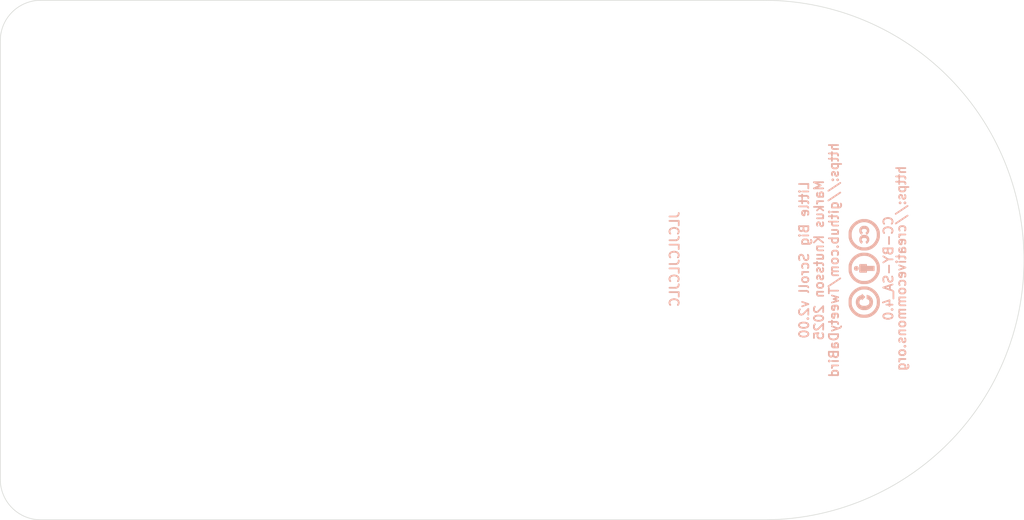
<source format=kicad_pcb>
(kicad_pcb (version 20241229) (generator "pcbnew") (generator_version "9.0")
  (title_block (title "LBS4 - Backplate") (date "2025-03-25") (rev "v2.00") (company "Markus Knutsson <markus.knutsson@tweety.se>") (comment 1 "https://github.com/TweetyDaBird") (comment 2 "Licensed under Creative Commons Attribution-ShareAlike 4.0 International"))
  (layers (0 "F.Cu" signal) (2 "B.Cu" signal) (13 "F.Paste" user) (15 "B.Paste" user) (5 "F.SilkS" user "F.Silkscreen") (7 "B.SilkS" user "B.Silkscreen") (1 "F.Mask" user) (3 "B.Mask" user) (25 "Edge.Cuts" user))
  (net 0 "")
  (footprint "Keyboard_Plate:Spacer Plate hole" (layer "F.Cu") (at 175.855 95.005)
    (property "Reference" "H1" (hide yes))
    (property "Value" "Hole" (hide yes))
    (pad "" np_thru_hole circle (at 0 0) (size 2.5 2.5) (drill 2.5) (layers "*.Cu" "*.Mask"))
  )
  (footprint "Keyboard_Plate:Spacer Plate hole" (layer "F.Cu") (at 227.38 97.698594)
    (property "Reference" "H2" (hide yes))
    (property "Value" "Hole" (hide yes))
    (pad "" np_thru_hole circle (at 0 0) (size 2.5 2.5) (drill 2.5) (layers "*.Cu" "*.Mask"))
  )
  (footprint "Keyboard_Plate:Spacer Plate hole" (layer "F.Cu") (at 227.38 125.411406)
    (property "Reference" "H3" (hide yes))
    (property "Value" "Hole" (hide yes))
    (pad "" np_thru_hole circle (at 0 0) (size 2.5 2.5) (drill 2.5) (layers "*.Cu" "*.Mask"))
  )
  (footprint "Keyboard_Plate:Spacer Plate hole" (layer "F.Cu") (at 175.855 128.105)
    (property "Reference" "H4" (hide yes))
    (property "Value" "Hole" (hide yes))
    (pad "" np_thru_hole circle (at 0 0) (size 2.5 2.5) (drill 2.5) (layers "*.Cu" "*.Mask"))
  )
  (footprint "Logotypes:CC_BY_SA_40" (layer "B.Cu") (at 228.98 112.32 -90)
    (property "Reference" "Lic1" (hide yes))
    (property "Value" "CC-BY-SA_4.0" (at -0.041555 -1.16 90) (layer "B.SilkS") (effects (font (size 0.8 0.8)) (justify mirror)))
    (fp_poly (pts (xy -0.008247 1.810637) (xy 0.015762 1.808152) (xy 0.035917 1.802684) (xy 0.057538 1.793148) (xy 0.064578 1.789601) (xy 0.099906 1.7674) (xy 0.125046 1.740918) (xy 0.14144 1.70758) (xy 0.150529 1.664813) (xy 0.153175 1.631372) (xy 0.153555 1.593754) (xy 0.151636 1.559446) (xy 0.147731 1.533797) (xy 0.147359 1.532343) (xy 0.13232 1.499676) (xy 0.107019 1.468478) (xy 0.0755 1.442672) (xy 0.041805 1.426184) (xy 0.036429 1.42466) (xy 0.002203 1.419237) (xy -0.039229 1.417265) (xy -0.081268 1.418724) (xy -0.117315 1.423592) (xy -0.124094 1.425199) (xy -0.148417 1.436259) (xy -0.175765 1.456063) (xy -0.186918 1.466177) (xy -0.209239 1.491076) (xy -0.224314 1.517069) (xy -0.233124 1.547461) (xy -0.236654 1.585557) (xy -0.236032 1.631372) (xy -0.230855 1.68151) (xy -0.219294 1.720574) (xy -0.199907 1.751139) (xy -0.171253 1.775778) (xy -0.147435 1.789601) (xy -0.124451 1.80047) (xy -0.104421 1.806968) (xy -0.082028 1.810179) (xy -0.051951 1.811189) (xy -0.041428 1.811224) (xy -0.008247 1.810637)) (stroke (width 0.01)) (fill yes) (layer "B.SilkS"))
    (fp_poly (pts (xy 0.037166 1.358141) (xy 0.10256 1.357943) (xy 0.156064 1.357421) (xy 0.198991 1.356415) (xy 0.232655 1.354768) (xy 0.258368 1.35232) (xy 0.277442 1.348915) (xy 0.29119 1.344393) (xy 0.300925 1.338596) (xy 0.307958 1.331366) (xy 0.313604 1.322545) (xy 0.317677 1.314866) (xy 0.320463 1.307632) (xy 0.32275 1.296834) (xy 0.324585 1.281131) (xy 0.326014 1.259181) (xy 0.327082 1.229641) (xy 0.327838 1.19117) (xy 0.328325 1.142427) (xy 0.328592 1.082069) (xy 0.328684 1.008754) (xy 0.328686 0.995675) (xy 0.328686 0.697771) (xy 0.176434 0.697771) (xy 0.174545 0.369386) (xy 0.172657 0.041) (xy -0.038297 0.039078) (xy -0.092244 0.038752) (xy -0.141432 0.038772) (xy -0.184004 0.039111) (xy -0.218099 0.039743) (xy -0.241861 0.040643) (xy -0.25343 0.041784) (xy -0.254197 0.042102) (xy -0.25522 0.050163) (xy -0.256171 0.071258) (xy -0.257028 0.103905) (xy -0.25777 0.146625) (xy -0.258374 0.197937) (xy -0.258818 0.25636) (xy -0.259079 0.320414) (xy -0.259143 0.372409) (xy -0.259143 0.697771) (xy -0.411543 0.697771) (xy -0.411543 0.995675) (xy -0.411475 1.071196) (xy -0.411239 1.133546) (xy -0.41079 1.184065) (xy -0.410081 1.224096) (xy -0.409066 1.25498) (xy -0.407698 1.27806) (xy -0.405931 1.294677) (xy -0.40372 1.306172) (xy -0.401017 1.313888) (xy -0.400534 1.314866) (xy -0.39507 1.324972) (xy -0.389193 1.33337) (xy -0.381591 1.340216) (xy -0.37095 1.34567) (xy -0.355959 1.34989) (xy -0.335304 1.353034) (xy -0.307674 1.355261) (xy -0.271755 1.356729) (xy -0.226235 1.357595) (xy -0.169801 1.358019) (xy -0.101141 1.358158) (xy -0.041428 1.358171) (xy 0.037166 1.358141)) (stroke (width 0.01)) (fill yes) (layer "B.SilkS"))
    (fp_poly (pts (xy -2.516114 1.356123) (xy -2.4467 1.349329) (xy -2.387015 1.335194) (xy -2.333734 1.312719) (xy -2.296787 1.290347) (xy -2.271649 1.270987) (xy -2.245306 1.247145) (xy -2.220136 1.221433) (xy -2.198517 1.196465) (xy -2.182827 1.174853) (xy -2.175441 1.159209) (xy -2.175168 1.156706) (xy -2.180648 1.148247) (xy -2.19741 1.135587) (xy -2.22615 1.118268) (xy -2.267564 1.095833) (xy -2.269193 1.09498) (xy -2.363079 1.045874) (xy -2.393159 1.086592) (xy -2.425063 1.121679) (xy -2.460248 1.143617) (xy -2.501248 1.153748) (xy -2.52179 1.154812) (xy -2.570586 1.148715) (xy -2.611786 1.130512) (xy -2.644468 1.100984) (xy -2.66771 1.060913) (xy -2.678937 1.021518) (xy -2.681579 0.997627) (xy -2.683145 0.964172) (xy -2.683614 0.926067) (xy -2.682969 0.888225) (xy -2.681191 0.855558) (xy -2.679622 0.84083) (xy -2.668683 0.802599) (xy -2.648279 0.765555) (xy -2.621341 0.73365) (xy -2.590803 0.710835) (xy -2.579142 0.705474) (xy -2.55244 0.699722) (xy -2.518191 0.698061) (xy -2.482726 0.700332) (xy -2.452376 0.706379) (xy -2.445504 0.708789) (xy -2.430415 0.716698) (xy -2.415505 0.729129) (xy -2.398779 0.748278) (xy -2.378243 0.77634) (xy -2.360888 0.801928) (xy -2.356569 0.806888) (xy -2.350483 0.808782) (xy -2.340429 0.806908) (xy -2.324207 0.800564) (xy -2.299619 0.789046) (xy -2.264463 0.771654) (xy -2.261669 0.770258) (xy -2.228816 0.753761) (xy -2.200903 0.739596) (xy -2.18036 0.729008) (xy -2.169618 0.72324) (xy -2.168652 0.722621) (xy -2.169818 0.71458) (xy -2.178965 0.698625) (xy -2.194086 0.677375) (xy -2.213179 0.65345) (xy -2.234238 0.629468) (xy -2.255257 0.608051) (xy -2.259017 0.604546) (xy -2.318818 0.558688) (xy -2.385086 0.523925) (xy -2.439625 0.505587) (xy -2.477086 0.499183) (xy -2.522791 0.496008) (xy -2.570811 0.496161) (xy -2.615219 0.499738) (xy -2.632228 0.502449) (xy -2.700098 0.522355) (xy -2.763203 0.554219) (xy -2.819348 0.596406) (xy -2.866338 0.647283) (xy -2.900373 0.701924) (xy -2.921479 0.750341) (xy -2.935695 0.797989) (xy -2.94397 0.849405) (xy -2.947258 0.909127) (xy -2.947413 0.926371) (xy -2.94438 1.000853) (xy -2.934434 1.06461) (xy -2.916664 1.120133) (xy -2.890161 1.169911) (xy -2.854014 1.216435) (xy -2.833695 1.237628) (xy -2.778467 1.285415) (xy -2.721787 1.320276) (xy -2.661257 1.343106) (xy -2.594479 1.3548) (xy -2.519054 1.356252) (xy -2.516114 1.356123)) (stroke (width 0.01)) (fill yes) (layer "B.SilkS"))
    (fp_poly (pts (xy -3.243366 1.352482) (xy -3.170065 1.335739) (xy -3.104734 1.308278) (xy -3.066782 1.284533) (xy -3.041582 1.263871) (xy -3.016778 1.239445) (xy -2.994178 1.213616) (xy -2.975588 1.188745) (xy -2.962815 1.167192) (xy -2.957666 1.151319) (xy -2.959743 1.14469) (xy -2.966781 1.140652) (xy -2.984334 1.131127) (xy -3.010065 1.117368) (xy -3.041634 1.100629) (xy -3.056287 1.092899) (xy -3.092968 1.073751) (xy -3.118977 1.060806) (xy -3.136385 1.053321) (xy -3.147264 1.050554) (xy -3.153686 1.051761) (xy -3.157723 1.056201) (xy -3.157887 1.056473) (xy -3.187 1.098888) (xy -3.217052 1.128319) (xy -3.250258 1.146244) (xy -3.288835 1.154136) (xy -3.305562 1.154812) (xy -3.350018 1.149828) (xy -3.386755 1.133813) (xy -3.417197 1.105778) (xy -3.442767 1.064736) (xy -3.446454 1.057) (xy -3.453663 1.039634) (xy -3.458473 1.022352) (xy -3.46135 1.001616) (xy -3.462759 0.973887) (xy -3.463168 0.935627) (xy -3.463171 0.93) (xy -3.462854 0.890183) (xy -3.461591 0.861334) (xy -3.458917 0.839913) (xy -3.454367 0.822382) (xy -3.447475 0.805202) (xy -3.446471 0.803) (xy -3.423808 0.764173) (xy -3.395724 0.732114) (xy -3.365414 0.710338) (xy -3.35999 0.707792) (xy -3.325824 0.699175) (xy -3.285836 0.698132) (xy -3.246405 0.704374) (xy -3.220168 0.7141) (xy -3.196558 0.730946) (xy -3.171947 0.755947) (xy -3.150897 0.783851) (xy -3.138348 0.808278) (xy -3.131901 0.810156) (xy -3.115467 0.805505) (xy -3.088174 0.794012) (xy -3.055748 0.778611) (xy -3.015752 0.759005) (xy -2.987219 0.744455) (xy -2.968679 0.733437) (xy -2.958661 0.724422) (xy -2.955693 0.715883) (xy -2.958306 0.706292) (xy -2.965027 0.694123) (xy -2.968585 0.688109) (xy -2.989227 0.659788) (xy -3.018873 0.627885) (xy -3.053778 0.59576) (xy -3.090197 0.566769) (xy -3.124386 0.544272) (xy -3.135623 0.538313) (xy -3.208504 0.510812) (xy -3.28561 0.496692) (xy -3.365072 0.496162) (xy -3.428513 0.50554) (xy -3.488911 0.525259) (xy -3.548195 0.556771) (xy -3.602787 0.597567) (xy -3.649108 0.645137) (xy -3.671515 0.676) (xy -3.683983 0.699137) (xy -3.697714 0.730047) (xy -3.709992 0.762547) (xy -3.711388 0.766714) (xy -3.719487 0.793057) (xy -3.724964 0.816604) (xy -3.728326 0.841434) (xy -3.730081 0.871626) (xy -3.730736 0.911257) (xy -3.730786 0.922743) (xy -3.728003 0.99826) (xy -3.718599 1.062787) (xy -3.701717 1.118654) (xy -3.676498 1.168191) (xy -3.642086 1.213729) (xy -3.612549 1.244022) (xy -3.553499 1.291822) (xy -3.491444 1.326129) (xy -3.424419 1.347719) (xy -3.350453 1.357366) (xy -3.32309 1.358064) (xy -3.243366 1.352482)) (stroke (width 0.01)) (fill yes) (layer "B.SilkS"))
    (fp_poly (pts (xy 2.926022 1.651376) (xy 3.024018 1.638898) (xy 3.07798 1.626859) (xy 3.140861 1.606141) (xy 3.205826 1.576626) (xy 3.268999 1.540591) (xy 3.3265 1.500311) (xy 3.374452 1.458061) (xy 3.385369 1.446489) (xy 3.423185 1.398898) (xy 3.460707 1.341614) (xy 3.495292 1.279265) (xy 3.524295 1.21648) (xy 3.53882 1.17787) (xy 3.556121 1.112329) (xy 3.567883 1.037315) (xy 3.574001 0.95681) (xy 3.574369 0.8748) (xy 3.568882 0.795268) (xy 3.557437 0.722199) (xy 3.551491 0.696909) (xy 3.519188 0.599912) (xy 3.475356 0.510698) (xy 3.420785 0.430069) (xy 3.356263 0.358826) (xy 3.282577 0.29777) (xy 3.200517 0.247702) (xy 3.11087 0.209424) (xy 3.05567 0.192931) (xy 3.00771 0.183225) (xy 2.952305 0.176015) (xy 2.894108 0.171583) (xy 2.83777 0.17021) (xy 2.787944 0.172179) (xy 2.762686 0.175151) (xy 2.67688 0.195593) (xy 2.594728 0.228072) (xy 2.51805 0.271305) (xy 2.448667 0.32401) (xy 2.388399 0.384905) (xy 2.339066 0.452708) (xy 2.319989 0.486965) (xy 2.305521 0.519513) (xy 2.290958 0.55888) (xy 2.27745 0.601153) (xy 2.266145 0.642421) (xy 2.258193 0.67877) (xy 2.254744 0.706289) (xy 2.254686 0.709258) (xy 2.256472 0.712554) (xy 2.262886 0.715041) (xy 2.275514 0.716795) (xy 2.295941 0.717893) (xy 2.325752 0.71841) (xy 2.366533 0.718423) (xy 2.419869 0.718006) (xy 2.4343 0.717855) (xy 2.613914 0.715914) (xy 2.615091 0.692493) (xy 2.621854 0.65407) (xy 2.63697 0.612557) (xy 2.657913 0.574469) (xy 2.664392 0.565416) (xy 2.699091 0.531252) (xy 2.743663 0.504569) (xy 2.795239 0.485895) (xy 2.85095 0.475758) (xy 2.907928 0.474688) (xy 2.963304 0.483212) (xy 3.012879 0.501199) (xy 3.06281 0.532539) (xy 3.105137 0.574056) (xy 3.140539 0.626685) (xy 3.169696 0.691363) (xy 3.185113 0.738542) (xy 3.191325 0.761776) (xy 3.195769 0.783755) (xy 3.198724 0.807623) (xy 3.200468 0.836526) (xy 3.201281 0.873607) (xy 3.20144 0.922011) (xy 3.201439 0.922743) (xy 3.200491 0.98641) (xy 3.197513 1.038723) (xy 3.192004 1.082761) (xy 3.183461 1.121603) (xy 3.17138 1.158328) (xy 3.157695 1.19075) (xy 3.125704 1.245065) (xy 3.084906 1.287986) (xy 3.035798 1.319257) (xy 2.97888 1.338624) (xy 2.914649 1.345829) (xy 2.860863 1.34297) (xy 2.817995 1.336821) (xy 2.784672 1.328958) (xy 2.755927 1.317911) (xy 2.730412 1.304351) (xy 2.6901 1.273499) (xy 2.656081 1.233431) (xy 2.631385 1.18825) (xy 2.621481 1.156786) (xy 2.61639 1.1332) (xy 2.664138 1.1332) (xy 2.690108 1.13266) (xy 2.704659 1.130493) (xy 2.710863 1.125878) (xy 2.711886 1.120426) (xy 2.706896 1.111906) (xy 2.693048 1.095102) (xy 2.67202 1.071704) (xy 2.645492 1.0434) (xy 2.615144 1.01188) (xy 2.582654 0.978833) (xy 2.549703 0.945949) (xy 2.51797 0.914916) (xy 2.489134 0.887423) (xy 2.464875 0.865161) (xy 2.446872 0.849817) (xy 2.436804 0.843082) (xy 2.435969 0.842914) (xy 2.427528 0.847935) (xy 2.410855 0.861871) (xy 2.387628 0.883032) (xy 2.359526 0.909728) (xy 2.328225 0.940268) (xy 2.295405 0.972963) (xy 2.262742 1.006122) (xy 2.231914 1.038055) (xy 2.2046 1.067072) (xy 2.182476 1.091482) (xy 2.167221 1.109597) (xy 2.160513 1.119724) (xy 2.160343 1.120572) (xy 2.16224 1.127131) (xy 2.16988 1.130963) (xy 2.186185 1.132757) (xy 2.213947 1.1332) (xy 2.267552 1.1332) (xy 2.272459 1.165922) (xy 2.281121 1.205192) (xy 2.295752 1.251724) (xy 2.314597 1.300489) (xy 2.334478 1.343657) (xy 2.379798 1.417968) (xy 2.435421 1.482847) (xy 2.500284 1.537888) (xy 2.573325 1.582688) (xy 2.653482 1.616841) (xy 2.739692 1.639943) (xy 2.830893 1.65159) (xy 2.926022 1.651376)) (stroke (width 0.01)) (fill yes) (layer "B.SilkS"))
    (fp_poly (pts (xy -2.889956 2.279658) (xy -2.836071 2.279349) (xy -2.792615 2.278689) (xy -2.757545 2.277578) (xy -2.728818 2.275918) (xy -2.704393 2.273608) (xy -2.682225 2.270551) (xy -2.660274 2.266646) (xy -2.651511 2.264909) (xy -2.529263 2.232956) (xy -2.408913 2.187364) (xy -2.291811 2.128995) (xy -2.17931 2.058713) (xy -2.072758 1.977383) (xy -1.973507 1.885868) (xy -1.882906 1.785033) (xy -1.863753 1.761023) (xy -1.788117 1.652511) (xy -1.723004 1.53485) (xy -1.669125 1.409587) (xy -1.62719 1.278269) (xy -1.610973 1.211049) (xy -1.60628 1.180323) (xy -1.602522 1.137696) (xy -1.599698 1.085754) (xy -1.597805 1.027081) (xy -1.596841 0.96426) (xy -1.596803 0.899877) (xy -1.597689 0.836515) (xy -1.599498 0.776759) (xy -1.602226 0.723192) (xy -1.605871 0.678399) (xy -1.610431 0.644965) (xy -1.611486 0.639714) (xy -1.64833 0.502846) (xy -1.697853 0.373029) (xy -1.760018 0.250329) (xy -1.834791 0.13481) (xy -1.922136 0.026539) (xy -1.977197 -0.031573) (xy -2.017604 -0.070411) (xy -2.05742 -0.105987) (xy -2.094141 -0.136204) (xy -2.125263 -0.158966) (xy -2.140582 -0.168378) (xy -2.153333 -0.17599) (xy -2.174837 -0.189472) (xy -2.201731 -0.206696) (xy -2.2222 -0.219995) (xy -2.310664 -0.27199) (xy -2.408928 -0.319453) (xy -2.512533 -0.360573) (xy -2.617024 -0.393538) (xy -2.695054 -0.41218) (xy -2.720194 -0.416909) (xy -2.74449 -0.420516) (xy -2.770395 -0.423134) (xy -2.800359 -0.424896) (xy -2.836835 -0.425933) (xy -2.882273 -0.426378) (xy -2.939125 -0.426364) (xy -2.956311 -0.426301) (xy -3.02893 -0.425541) (xy -3.090934 -0.423942) (xy -3.141262 -0.421549) (xy -3.178851 -0.418409) (xy -3.196061 -0.415968) (xy -3.315957 -0.387364) (xy -3.43614 -0.345794) (xy -3.553692 -0.292449) (xy -3.665697 -0.228517) (xy -3.682904 -0.217388) (xy -3.710295 -0.199588) (xy -3.733078 -0.185202) (xy -3.748635 -0.175855) (xy -3.754231 -0.173086) (xy -3.76255 -0.168486) (xy -3.779222 -0.155996) (xy -3.801941 -0.137581) (xy -3.828405 -0.115206) (xy -3.85631 -0.090837) (xy -3.883353 -0.066438) (xy -3.907229 -0.043976) (xy -3.917738 -0.033602) (xy -4.01181 0.071154) (xy -4.093833 0.183344) (xy -4.164092 0.303483) (xy -4.222875 0.432087) (xy -4.270467 0.56967) (xy -4.287751 0.632457) (xy -4.292499 0.652455) (xy -4.296273 0.672454) (xy -4.299223 0.69457) (xy -4.301496 0.72092) (xy -4.303243 0.753618) (xy -4.304611 0.794783) (xy -4.305751 0.846529) (xy -4.30666 0.900971) (xy -4.3071 0.931463) (xy -4.047591 0.931463) (xy -4.041307 0.809705) (xy -4.021376 0.689797) (xy -3.988105 0.573249) (xy -3.941798 0.46157) (xy -3.907348 0.3966) (xy -3.852121 0.309332) (xy -3.791283 0.229955) (xy -3.722657 0.156138) (xy -3.644069 0.085555) (xy -3.553342 0.015876) (xy -3.548075 0.012108) (xy -3.510451 -0.012046) (xy -3.463154 -0.038394) (xy -3.410392 -0.064888) (xy -3.356376 -0.089484) (xy -3.305315 -0.110137) (xy -3.27434 -0.120912) (xy -3.192173 -0.141907) (xy -3.100565 -0.156307) (xy -3.003126 -0.163866) (xy -2.903466 -0.164341) (xy -2.805194 -0.157487) (xy -2.779827 -0.154409) (xy -2.689657 -0.13874) (xy -2.606875 -0.116033) (xy -2.525331 -0.08449) (xy -2.497971 -0.07199) (xy -2.386123 -0.011803) (xy -2.28226 0.058915) (xy -2.187447 0.139136) (xy -2.102745 0.22783) (xy -2.02922 0.323968) (xy -1.967933 0.426522) (xy -1.953871 0.454657) (xy -1.934342 0.498817) (xy -1.915189 0.548259) (xy -1.897893 0.598623) (xy -1.883936 0.645546) (xy -1.874798 0.684668) (xy -1.873784 0.690514) (xy -1.869829 0.713909) (xy -1.866255 0.733244) (xy -1.865337 0.737686) (xy -1.862637 0.757942) (xy -1.86048 0.789639) (xy -1.858895 0.829713) (xy -1.85791 0.875101) (xy -1.857555 0.922737) (xy -1.857859 0.969559) (xy -1.858852 1.012502) (xy -1.860561 1.048501) (xy -1.862196 1.067886) (xy -1.882337 1.185826) (xy -1.91622 1.300875) (xy -1.963162 1.411751) (xy -2.022478 1.517175) (xy -2.093488 1.615867) (xy -2.175507 1.706545) (xy -2.229457 1.756347) (xy -2.320078 1.828988) (xy -2.409269 1.888728) (xy -2.499173 1.936356) (xy -2.591932 1.97266) (xy -2.689689 1.998429) (xy -2.794588 2.01445) (xy -2.90877 2.021513) (xy -2.951543 2.022014) (xy -3.060483 2.018472) (xy -3.159227 2.007461) (xy -3.250321 1.988462) (xy -3.336311 1.960957) (xy -3.412371 1.928048) (xy -3.51939 1.868076) (xy -3.619747 1.796013) (xy -3.712336 1.713176) (xy -3.796051 1.620884) (xy -3.869787 1.520453) (xy -3.932438 1.413202) (xy -3.982898 1.300447) (xy -4.011907 1.213661) (xy -4.017878 1.192279) (xy -4.022503 1.173607) (xy -4.026368 1.154293) (xy -4.030059 1.130986) (xy -4.034164 1.100336) (xy -4.039268 1.058991) (xy -4.039926 1.053562) (xy -4.047591 0.931463) (xy -4.3071 0.931463) (xy -4.307538 0.961808) (xy -4.308021 1.010446) (xy -4.307991 1.0492) (xy -4.307328 1.080382) (xy -4.305914 1.106306) (xy -4.303628 1.129286) (xy -4.300353 1.151635) (xy -4.295969 1.175666) (xy -4.291323 1.198938) (xy -4.257096 1.331441) (xy -4.209366 1.459527) (xy -4.148678 1.582433) (xy -4.075575 1.699397) (xy -3.990602 1.809657) (xy -3.894302 1.912448) (xy -3.78722 2.007009) (xy -3.6699 2.092577) (xy -3.640102 2.111803) (xy -3.563701 2.154807) (xy -3.477688 2.194409) (xy -3.386888 2.228685) (xy -3.296129 2.255711) (xy -3.254677 2.2654) (xy -3.233819 2.26947) (xy -3.212775 2.272697) (xy -3.189555 2.275176) (xy -3.162173 2.277004) (xy -3.12864 2.278275) (xy -3.086969 2.279086) (xy -3.035172 2.27953) (xy -2.971261 2.279704) (xy -2.956311 2.279715) (xy -2.889956 2.279658)) (stroke (width 0.01)) (fill yes) (layer "B.SilkS"))
    (fp_poly (pts (xy 0.026093 2.279569) (xy 0.08757 2.278896) (xy 0.13898 2.277462) (xy 0.182545 2.275036) (xy 0.220489 2.271384) (xy 0.255032 2.266274) (xy 0.288397 2.259472) (xy 0.322806 2.250746) (xy 0.360483 2.239863) (xy 0.375139 2.235413) (xy 0.461392 2.205654) (xy 0.543829 2.169924) (xy 0.625625 2.126581) (xy 0.709954 2.073985) (xy 0.775 2.02876) (xy 0.811688 2.000214) (xy 0.853513 1.964304) (xy 0.897507 1.923893) (xy 0.940697 1.881842) (xy 0.980114 1.841013) (xy 1.012785 1.804267) (xy 1.028549 1.784529) (xy 1.048709 1.757774) (xy 1.07054 1.728986) (xy 1.08001 1.716569) (xy 1.120058 1.65844) (xy 1.16002 1.589878) (xy 1.197981 1.514846) (xy 1.23203 1.437309) (xy 1.260251 1.361231) (xy 1.275171 1.312228) (xy 1.286862 1.26796) (xy 1.296175 1.22843) (xy 1.303334 1.191191) (xy 1.308563 1.153794) (xy 1.312086 1.113792) (xy 1.314127 1.068737) (xy 1.314909 1.016182) (xy 1.314656 0.953679) (xy 1.313782 0.890086) (xy 1.312685 0.827921) (xy 1.311546 0.778069) (xy 1.310195 0.738327) (xy 1.308464 0.706494) (xy 1.306183 0.680367) (xy 1.303182 0.657745) (xy 1.299294 0.636427) (xy 1.294348 0.61421) (xy 1.291756 0.603428) (xy 1.252961 0.471059) (xy 1.202989 0.347416) (xy 1.141144 0.231183) (xy 1.066728 0.121043) (xy 0.982277 0.019228) (xy 0.903633 -0.059058) (xy 0.813629 -0.134259) (xy 0.715377 -0.204355) (xy 0.611993 -0.267329) (xy 0.506589 -0.321164) (xy 0.402281 -0.363842) (xy 0.378443 -0.371976) (xy 0.327918 -0.387846) (xy 0.282176 -0.400421) (xy 0.238471 -0.410053) (xy 0.194059 -0.41709) (xy 0.146194 -0.421884) (xy 0.092131 -0.424784) (xy 0.029124 -0.426142) (xy -0.045572 -0.426307) (xy -0.04724 -0.426301) (xy -0.128041 -0.425472) (xy -0.19451 -0.423702) (xy -0.246601 -0.420991) (xy -0.284271 -0.417341) (xy -0.2953 -0.415617) (xy -0.394 -0.392362) (xy -0.496328 -0.358599) (xy -0.598166 -0.316092) (xy -0.695395 -0.266605) (xy -0.783897 -0.211905) (xy -0.804401 -0.197459) (xy -0.823498 -0.184209) (xy -0.837819 -0.175357) (xy -0.843071 -0.173086) (xy -0.851904 -0.168436) (xy -0.86907 -0.155762) (xy -0.892327 -0.136976) (xy -0.91943 -0.113992) (xy -0.948133 -0.088723) (xy -0.976194 -0.063082) (xy -1.001367 -0.038982) (xy -1.007082 -0.033285) (xy -1.103242 0.073476) (xy -1.187232 0.187642) (xy -1.258687 0.308555) (xy -1.317243 0.435559) (xy -1.362535 0.567998) (xy -1.380933 0.639714) (xy -1.385112 0.665874) (xy -1.388799 0.703952) (xy -1.391941 0.75136) (xy -1.394486 0.805508) (xy -1.396383 0.863807) (xy -1.397578 0.923668) (xy -1.397733 0.944421) (xy -1.137628 0.944421) (xy -1.135808 0.849765) (xy -1.12745 0.758765) (xy -1.112556 0.675205) (xy -1.103542 0.640415) (xy -1.062221 0.523536) (xy -1.00787 0.41192) (xy -0.941328 0.306556) (xy -0.863435 0.20843) (xy -0.77503 0.118533) (xy -0.676952 0.037851) (xy -0.570043 -0.032627) (xy -0.498935 -0.071144) (xy -0.423026 -0.10535) (xy -0.349576 -0.130146) (xy -0.272175 -0.14749) (xy -0.226486 -0.154446) (xy -0.157341 -0.16262) (xy -0.096707 -0.167401) (xy -0.039944 -0.16878) (xy 0.017586 -0.166748) (xy 0.080523 -0.161295) (xy 0.143629 -0.153717) (xy 0.235013 -0.137536) (xy 0.321391 -0.113058) (xy 0.405092 -0.079237) (xy 0.488447 -0.035026) (xy 0.573785 0.02062) (xy 0.637114 0.067846) (xy 0.735463 0.153198) (xy 0.821768 0.246186) (xy 0.895701 0.346432) (xy 0.936661 0.414743) (xy 0.966594 0.476022) (xy 0.993946 0.544871) (xy 1.01719 0.616559) (xy 1.034799 0.686354) (xy 1.045248 0.749525) (xy 1.045532 0.7522) (xy 1.048525 0.792715) (xy 1.050298 0.841891) (xy 1.050918 0.896606) (xy 1.050449 0.953736) (xy 1.048958 1.010156) (xy 1.04651 1.062745) (xy 1.043171 1.108379) (xy 1.039007 1.143933) (xy 1.037056 1.154971) (xy 1.006424 1.269003) (xy 0.962547 1.379421) (xy 0.906488 1.485025) (xy 0.839315 1.584615) (xy 0.762094 1.676991) (xy 0.67589 1.760951) (xy 0.581769 1.835297) (xy 0.480798 1.898828) (xy 0.374041 1.950343) (xy 0.309339 1.974426) (xy 0.237381 1.99385) (xy 0.155918 2.008139) (xy 0.068039 2.017287) (xy -0.023167 2.021285) (xy -0.11461 2.020127) (xy -0.203202 2.013805) (xy -0.285853 2.002311) (xy -0.359475 1.985638) (xy -0.389771 1.976118) (xy -0.495295 1.932043) (xy -0.598257 1.87488) (xy -0.696805 1.80604) (xy -0.789085 1.726932) (xy -0.873244 1.638967) (xy -0.934558 1.561678) (xy -0.973951 1.502) (xy -1.012462 1.433814) (xy -1.047894 1.361656) (xy -1.078047 1.29006) (xy -1.100723 1.223562) (xy -1.103845 1.212467) (xy -1.121649 1.129557) (xy -1.13291 1.038946) (xy -1.137628 0.944421) (xy -1.397733 0.944421) (xy -1.398019 0.982503) (xy -1.397655 1.037721) (xy -1.396433 1.086734) (xy -1.3943 1.126954) (xy -1.391334 1.154971) (xy -1.381584 1.208002) (xy -1.368503 1.265798) (xy -1.353475 1.322916) (xy -1.337886 1.373913) (xy -1.329922 1.396455) (xy -1.311559 1.441003) (xy -1.288259 1.491075) (xy -1.261604 1.543812) (xy -1.233172 1.596353) (xy -1.204544 1.645838) (xy -1.177299 1.689406) (xy -1.153018 1.724196) (xy -1.140087 1.740169) (xy -1.129829 1.752403) (xy -1.113302 1.772796) (xy -1.093155 1.798059) (xy -1.07986 1.814916) (xy -1.012793 1.891097) (xy -0.933816 1.964993) (xy -0.845523 2.034818) (xy -0.750511 2.098784) (xy -0.651374 2.155103) (xy -0.550707 2.201989) (xy -0.47882 2.228874) (xy -0.437691 2.24221) (xy -0.400986 2.253002) (xy -0.366448 2.261517) (xy -0.331822 2.26802) (xy -0.294853 2.272778) (xy -0.253284 2.276056) (xy -0.204859 2.27812) (xy -0.147324 2.279237) (xy -0.078421 2.279672) (xy -0.047673 2.279715) (xy 0.026093 2.279569)) (stroke (width 0.01)) (fill yes) (layer "B.SilkS"))
    (fp_poly (pts (xy 2.94454 2.279734) (xy 2.997844 2.279382) (xy 3.040793 2.278668) (xy 3.075465 2.27749) (xy 3.103939 2.275743) (xy 3.128293 2.273323) (xy 3.150607 2.270128) (xy 3.172958 2.266054) (xy 3.178832 2.264879) (xy 3.280827 2.239555) (xy 3.37985 2.205195) (xy 3.477926 2.160839) (xy 3.577084 2.105527) (xy 3.679351 2.038301) (xy 3.720587 2.008594) (xy 3.764433 1.972956) (xy 3.813203 1.92767) (xy 3.864367 1.875543) (xy 3.9154 1.819382) (xy 3.963771 1.761994) (xy 4.006953 1.706186) (xy 4.042417 1.654765) (xy 4.049469 1.643437) (xy 4.073843 1.600336) (xy 4.100282 1.548614) (xy 4.126601 1.492966) (xy 4.15062 1.438088) (xy 4.170155 1.388675) (xy 4.177039 1.369057) (xy 4.190613 1.326737) (xy 4.201613 1.288304) (xy 4.210301 1.2515) (xy 4.216941 1.214067) (xy 4.221796 1.173748) (xy 4.225128 1.128283) (xy 4.227202 1.075416) (xy 4.228279 1.012888) (xy 4.228624 0.938442) (xy 4.228629 0.926371) (xy 4.228533 0.859916) (xy 4.228179 0.805942) (xy 4.227471 0.762418) (xy 4.226309 0.727313) (xy 4.224596 0.698595) (xy 4.222233 0.674233) (xy 4.219124 0.652195) (xy 4.215169 0.630449) (xy 4.214104 0.625147) (xy 4.181174 0.498686) (xy 4.134702 0.376364) (xy 4.074509 0.257832) (xy 4.000416 0.142738) (xy 3.913129 0.031757) (xy 3.865764 -0.021024) (xy 3.819902 -0.066771) (xy 3.771836 -0.108724) (xy 3.717857 -0.150123) (xy 3.655314 -0.193502) (xy 3.537108 -0.265438) (xy 3.415141 -0.326069) (xy 3.291613 -0.374416) (xy 3.169086 -0.409419) (xy 3.143138 -0.413562) (xy 3.105199 -0.417132) (xy 3.057782 -0.420095) (xy 3.003401 -0.422419) (xy 2.944569 -0.424071) (xy 2.8838 -0.425019) (xy 2.823606 -0.42523) (xy 2.7665 -0.424672) (xy 2.714997 -0.423311) (xy 2.671609 -0.421117) (xy 2.63885 -0.418055) (xy 2.628429 -0.416421) (xy 2.5248 -0.392008) (xy 2.420898 -0.358602) (xy 2.320366 -0.31768) (xy 2.22685 -0.270721) (xy 2.146827 -0.221172) (xy 2.121409 -0.203657) (xy 2.099551 -0.188742) (xy 2.084728 -0.178792) (xy 2.081518 -0.176714) (xy 2.045777 -0.151402) (xy 2.00386 -0.116977) (xy 1.958354 -0.075898) (xy 1.911847 -0.030622) (xy 1.866926 0.016391) (xy 1.826178 0.062685) (xy 1.814169 0.077286) (xy 1.729674 0.192936) (xy 1.65867 0.313601) (xy 1.601274 0.439038) (xy 1.557601 0.569008) (xy 1.538477 0.646971) (xy 1.533703 0.678431) (xy 1.52988 0.721749) (xy 1.527009 0.7743) (xy 1.52509 0.833461) (xy 1.524121 0.896605) (xy 1.524113 0.93) (xy 1.779914 0.93) (xy 1.784222 0.813092) (xy 1.797643 0.705954) (xy 1.820527 0.606785) (xy 1.853219 0.513788) (xy 1.866033 0.484552) (xy 1.886278 0.44522) (xy 1.913038 0.400101) (xy 1.944554 0.351586) (xy 1.979065 0.302066) (xy 2.014813 0.253931) (xy 2.050037 0.209572) (xy 2.082976 0.17138) (xy 2.111873 0.141745) (xy 2.129228 0.127017) (xy 2.149999 0.110813) (xy 2.175102 0.090108) (xy 2.193 0.074714) (xy 2.270086 0.014219) (xy 2.355185 -0.039445) (xy 2.445147 -0.084748) (xy 2.536824 -0.120163) (xy 2.627065 -0.14416) (xy 2.653829 -0.148974) (xy 2.75161 -0.161792) (xy 2.842501 -0.16764) (xy 2.9323 -0.166591) (xy 3.026807 -0.158718) (xy 3.063857 -0.154126) (xy 3.170228 -0.133737) (xy 3.271561 -0.101222) (xy 3.370293 -0.055696) (xy 3.431601 -0.020341) (xy 3.470763 0.005535) (xy 3.516233 0.038101) (xy 3.563739 0.07411) (xy 3.609009 0.110317) (xy 3.647769 0.143475) (xy 3.650766 0.146174) (xy 3.680189 0.175946) (xy 3.714515 0.215861) (xy 3.751755 0.263292) (xy 3.789917 0.31561) (xy 3.827012 0.370186) (xy 3.859613 0.422) (xy 3.870707 0.443418) (xy 3.88457 0.474482) (xy 3.899532 0.51102) (xy 3.913924 0.54886) (xy 3.926076 0.58383) (xy 3.931739 0.602194) (xy 3.948148 0.673073) (xy 3.960235 0.754025) (xy 3.967815 0.841209) (xy 3.970701 0.930785) (xy 3.968708 1.018914) (xy 3.961649 1.101755) (xy 3.957402 1.132318) (xy 3.932407 1.245264) (xy 3.893532 1.354846) (xy 3.841152 1.460428) (xy 3.775644 1.561372) (xy 3.697383 1.657039) (xy 3.606745 1.746794) (xy 3.582743 1.767768) (xy 3.482858 1.844782) (xy 3.379736 1.908333) (xy 3.274044 1.958034) (xy 3.219886 1.977754) (xy 3.146911 1.996993) (xy 3.064011 2.010684) (xy 2.974381 2.018859) (xy 2.881218 2.02155) (xy 2.787718 2.018789) (xy 2.697078 2.010608) (xy 2.612494 1.99704) (xy 2.537162 1.978115) (xy 2.514811 1.970677) (xy 2.466472 1.9513) (xy 2.413255 1.926489) (xy 2.359916 1.898712) (xy 2.311209 1.870439) (xy 2.273842 1.845574) (xy 2.237189 1.817492) (xy 2.197301 1.784762) (xy 2.156753 1.749704) (xy 2.118119 1.714642) (xy 2.083974 1.681898) (xy 2.05689 1.653794) (xy 2.042599 1.636947) (xy 1.977085 1.547989) (xy 1.922546 1.465347) (xy 1.878174 1.386854) (xy 1.843166 1.310343) (xy 1.816716 1.233649) (xy 1.79802 1.154604) (xy 1.786272 1.071044) (xy 1.780668 0.980801) (xy 1.779914 0.93) (xy 1.524113 0.93) (xy 1.524104 0.961108) (xy 1.525039 1.024345) (xy 1.526925 1.083692) (xy 1.529762 1.136524) (xy 1.533551 1.180215) (xy 1.538291 1.212142) (xy 1.538477 1.213028) (xy 1.57179 1.33619) (xy 1.618483 1.457966) (xy 1.67743 1.576592) (xy 1.747501 1.690308) (xy 1.827567 1.797351) (xy 1.916502 1.895959) (xy 2.013176 1.98437) (xy 2.052224 2.01532) (xy 2.131582 2.072859) (xy 2.206163 2.120704) (xy 2.279716 2.160907) (xy 2.35599 2.195521) (xy 2.437246 2.226085) (xy 2.479764 2.240254) (xy 2.518294 2.251729) (xy 2.555109 2.260785) (xy 2.592479 2.2677) (xy 2.632677 2.272749) (xy 2.677973 2.27621) (xy 2.730641 2.278358) (xy 2.79295 2.279471) (xy 2.867173 2.279824) (xy 2.8788 2.279828) (xy 2.94454 2.279734)) (stroke (width 0.01)) (fill yes) (layer "B.SilkS"))
    (fp_text user "https://creativecommons.org" (at -0.041555 -2.27 90) (layer "B.SilkS") (effects (font (size 0.8 0.8)) (justify mirror)))
  )
  (gr_line (start 156.805 134.05) (end 219.38 134.05) (stroke (width 0.05)) (layer "Edge.Cuts"))
  (gr_arc (start 156.805 134.05) (mid 154.330126 133.024874) (end 153.305 130.55) (stroke (width 0.05)) (layer "Edge.Cuts"))
  (gr_arc (start 219.38 89.06) (mid 241.875 111.555) (end 219.38 134.05) (stroke (width 0.05)) (layer "Edge.Cuts"))
  (gr_line (start 156.805 89.06) (end 219.38 89.06) (stroke (width 0.05)) (layer "Edge.Cuts"))
  (gr_arc (start 153.305 92.56) (mid 154.330126 90.085126) (end 156.805 89.06) (stroke (width 0.05)) (layer "Edge.Cuts"))
  (gr_line (start 153.305 92.56) (end 153.305 130.55) (stroke (width 0.05)) (layer "Edge.Cuts"))
  (gr_text "JLCJLCJLCJLC" (at 211.64 111.48 90) (layer "B.SilkS") (effects (font (size 0.8 0.8)) (justify mirror)))
  (gr_text "Little Big Scroll v2.00\nMarkus Knutsson 2025\nhttps://github.com/TweetyDaBird" (at 224.14 111.56 90) (layer "B.SilkS") (effects (font (size 0.8 0.8)) (justify mirror)))
)
</source>
